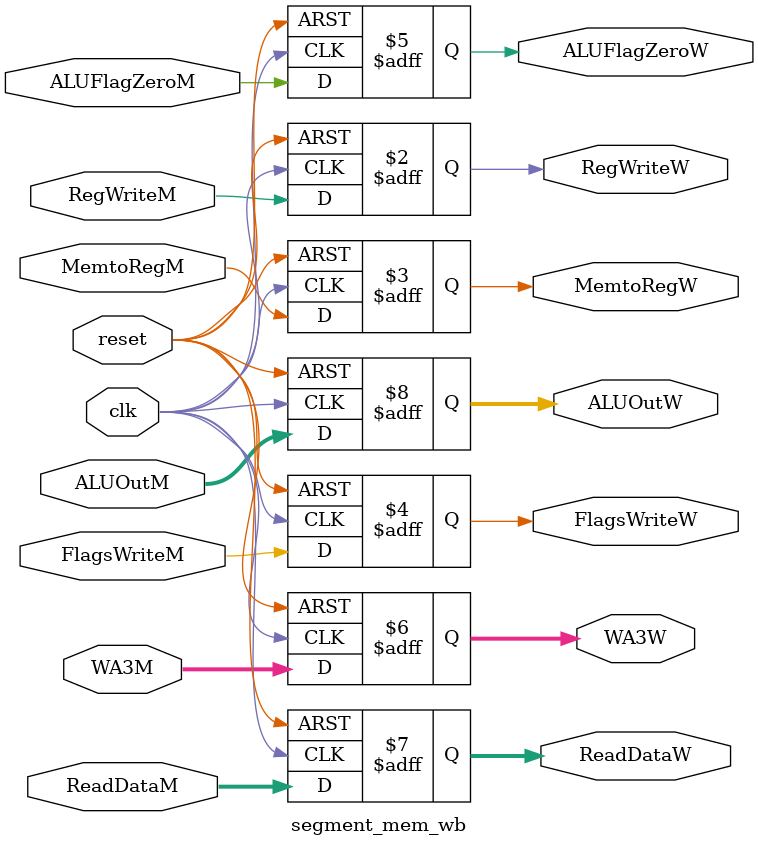
<source format=sv>
module segment_mem_wb 
(
	// Entradas
	input logic clk, reset, RegWriteM, MemtoRegM, FlagsWriteM, ALUFlagZeroM,
	input logic [3:0] WA3M, 
	input logic [31:0] ReadDataM, ALUOutM,
	
	
	// Salidas
	output logic RegWriteW, MemtoRegW, FlagsWriteW, ALUFlagZeroW,
	output logic [3:0] WA3W,
	output logic [31:0] ReadDataW, ALUOutW
);
			
	always_ff@(negedge clk, posedge reset)
		if(reset)
			begin
				
				RegWriteW = 0;
				MemtoRegW = 0;
				ReadDataW = 0;
				ALUOutW = 0;
				WA3W = 0;
				FlagsWriteW = 0;
				ALUFlagZeroW = 0;
				
			end
			
		else 
			begin
			
				RegWriteW = RegWriteM;
				MemtoRegW = MemtoRegM;
				ReadDataW = ReadDataM;
				ALUOutW = ALUOutM;
				WA3W = WA3M;
				FlagsWriteW = FlagsWriteM;
				ALUFlagZeroW = ALUFlagZeroM;
				
			end
		
endmodule

</source>
